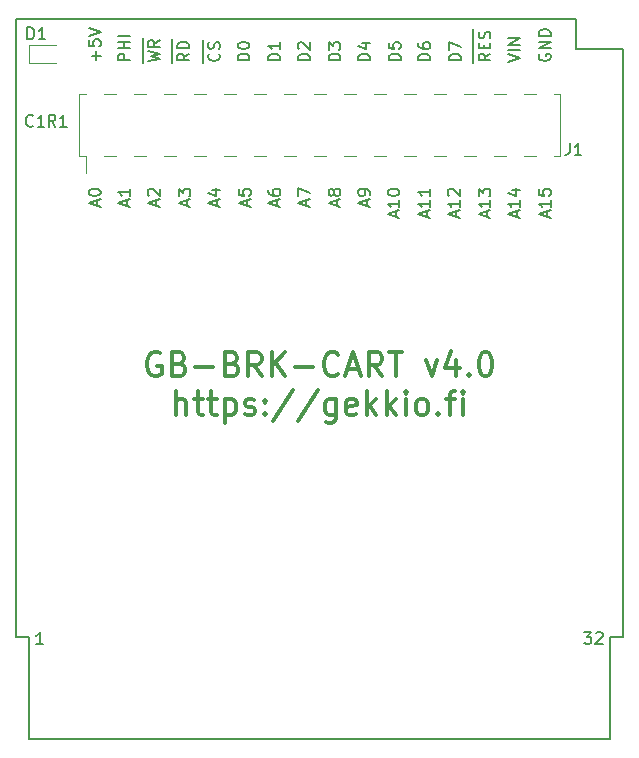
<source format=gbr>
G04 #@! TF.GenerationSoftware,KiCad,Pcbnew,5.0.2-bee76a0~70~ubuntu18.10.1*
G04 #@! TF.CreationDate,2019-01-06T00:09:16+02:00*
G04 #@! TF.ProjectId,GB-BRK-CART,47422d42-524b-42d4-9341-52542e6b6963,v4.0*
G04 #@! TF.SameCoordinates,Original*
G04 #@! TF.FileFunction,Legend,Top*
G04 #@! TF.FilePolarity,Positive*
%FSLAX46Y46*%
G04 Gerber Fmt 4.6, Leading zero omitted, Abs format (unit mm)*
G04 Created by KiCad (PCBNEW 5.0.2-bee76a0~70~ubuntu18.10.1) date su  6. tammikuuta 2019 00.09.16*
%MOMM*%
%LPD*%
G01*
G04 APERTURE LIST*
%ADD10C,0.200000*%
%ADD11C,0.300000*%
%ADD12C,0.150000*%
%ADD13C,0.120000*%
G04 APERTURE END LIST*
D10*
X115952380Y-42674761D02*
X116952380Y-42341428D01*
X115952380Y-42008095D01*
X116952380Y-41674761D02*
X115952380Y-41674761D01*
X116952380Y-41198571D02*
X115952380Y-41198571D01*
X116952380Y-40627142D01*
X115952380Y-40627142D01*
X113020000Y-42770000D02*
X113020000Y-41770000D01*
X114452380Y-41960476D02*
X113976190Y-42293809D01*
X114452380Y-42531904D02*
X113452380Y-42531904D01*
X113452380Y-42150952D01*
X113500000Y-42055714D01*
X113547619Y-42008095D01*
X113642857Y-41960476D01*
X113785714Y-41960476D01*
X113880952Y-42008095D01*
X113928571Y-42055714D01*
X113976190Y-42150952D01*
X113976190Y-42531904D01*
X113020000Y-41770000D02*
X113020000Y-40865238D01*
X113928571Y-41531904D02*
X113928571Y-41198571D01*
X114452380Y-41055714D02*
X114452380Y-41531904D01*
X113452380Y-41531904D01*
X113452380Y-41055714D01*
X113020000Y-40865238D02*
X113020000Y-39912857D01*
X114404761Y-40674761D02*
X114452380Y-40531904D01*
X114452380Y-40293809D01*
X114404761Y-40198571D01*
X114357142Y-40150952D01*
X114261904Y-40103333D01*
X114166666Y-40103333D01*
X114071428Y-40150952D01*
X114023809Y-40198571D01*
X113976190Y-40293809D01*
X113928571Y-40484285D01*
X113880952Y-40579523D01*
X113833333Y-40627142D01*
X113738095Y-40674761D01*
X113642857Y-40674761D01*
X113547619Y-40627142D01*
X113500000Y-40579523D01*
X113452380Y-40484285D01*
X113452380Y-40246190D01*
X113500000Y-40103333D01*
X111952380Y-42531904D02*
X110952380Y-42531904D01*
X110952380Y-42293809D01*
X111000000Y-42150952D01*
X111095238Y-42055714D01*
X111190476Y-42008095D01*
X111380952Y-41960476D01*
X111523809Y-41960476D01*
X111714285Y-42008095D01*
X111809523Y-42055714D01*
X111904761Y-42150952D01*
X111952380Y-42293809D01*
X111952380Y-42531904D01*
X110952380Y-41627142D02*
X110952380Y-40960476D01*
X111952380Y-41389047D01*
X109352380Y-42531904D02*
X108352380Y-42531904D01*
X108352380Y-42293809D01*
X108400000Y-42150952D01*
X108495238Y-42055714D01*
X108590476Y-42008095D01*
X108780952Y-41960476D01*
X108923809Y-41960476D01*
X109114285Y-42008095D01*
X109209523Y-42055714D01*
X109304761Y-42150952D01*
X109352380Y-42293809D01*
X109352380Y-42531904D01*
X108352380Y-41103333D02*
X108352380Y-41293809D01*
X108400000Y-41389047D01*
X108447619Y-41436666D01*
X108590476Y-41531904D01*
X108780952Y-41579523D01*
X109161904Y-41579523D01*
X109257142Y-41531904D01*
X109304761Y-41484285D01*
X109352380Y-41389047D01*
X109352380Y-41198571D01*
X109304761Y-41103333D01*
X109257142Y-41055714D01*
X109161904Y-41008095D01*
X108923809Y-41008095D01*
X108828571Y-41055714D01*
X108780952Y-41103333D01*
X108733333Y-41198571D01*
X108733333Y-41389047D01*
X108780952Y-41484285D01*
X108828571Y-41531904D01*
X108923809Y-41579523D01*
X106852380Y-42531904D02*
X105852380Y-42531904D01*
X105852380Y-42293809D01*
X105900000Y-42150952D01*
X105995238Y-42055714D01*
X106090476Y-42008095D01*
X106280952Y-41960476D01*
X106423809Y-41960476D01*
X106614285Y-42008095D01*
X106709523Y-42055714D01*
X106804761Y-42150952D01*
X106852380Y-42293809D01*
X106852380Y-42531904D01*
X105852380Y-41055714D02*
X105852380Y-41531904D01*
X106328571Y-41579523D01*
X106280952Y-41531904D01*
X106233333Y-41436666D01*
X106233333Y-41198571D01*
X106280952Y-41103333D01*
X106328571Y-41055714D01*
X106423809Y-41008095D01*
X106661904Y-41008095D01*
X106757142Y-41055714D01*
X106804761Y-41103333D01*
X106852380Y-41198571D01*
X106852380Y-41436666D01*
X106804761Y-41531904D01*
X106757142Y-41579523D01*
X104252380Y-42531904D02*
X103252380Y-42531904D01*
X103252380Y-42293809D01*
X103300000Y-42150952D01*
X103395238Y-42055714D01*
X103490476Y-42008095D01*
X103680952Y-41960476D01*
X103823809Y-41960476D01*
X104014285Y-42008095D01*
X104109523Y-42055714D01*
X104204761Y-42150952D01*
X104252380Y-42293809D01*
X104252380Y-42531904D01*
X103585714Y-41103333D02*
X104252380Y-41103333D01*
X103204761Y-41341428D02*
X103919047Y-41579523D01*
X103919047Y-40960476D01*
X101752380Y-42531904D02*
X100752380Y-42531904D01*
X100752380Y-42293809D01*
X100800000Y-42150952D01*
X100895238Y-42055714D01*
X100990476Y-42008095D01*
X101180952Y-41960476D01*
X101323809Y-41960476D01*
X101514285Y-42008095D01*
X101609523Y-42055714D01*
X101704761Y-42150952D01*
X101752380Y-42293809D01*
X101752380Y-42531904D01*
X100752380Y-41627142D02*
X100752380Y-41008095D01*
X101133333Y-41341428D01*
X101133333Y-41198571D01*
X101180952Y-41103333D01*
X101228571Y-41055714D01*
X101323809Y-41008095D01*
X101561904Y-41008095D01*
X101657142Y-41055714D01*
X101704761Y-41103333D01*
X101752380Y-41198571D01*
X101752380Y-41484285D01*
X101704761Y-41579523D01*
X101657142Y-41627142D01*
X99152380Y-42531904D02*
X98152380Y-42531904D01*
X98152380Y-42293809D01*
X98200000Y-42150952D01*
X98295238Y-42055714D01*
X98390476Y-42008095D01*
X98580952Y-41960476D01*
X98723809Y-41960476D01*
X98914285Y-42008095D01*
X99009523Y-42055714D01*
X99104761Y-42150952D01*
X99152380Y-42293809D01*
X99152380Y-42531904D01*
X98247619Y-41579523D02*
X98200000Y-41531904D01*
X98152380Y-41436666D01*
X98152380Y-41198571D01*
X98200000Y-41103333D01*
X98247619Y-41055714D01*
X98342857Y-41008095D01*
X98438095Y-41008095D01*
X98580952Y-41055714D01*
X99152380Y-41627142D01*
X99152380Y-41008095D01*
X96652380Y-42531904D02*
X95652380Y-42531904D01*
X95652380Y-42293809D01*
X95700000Y-42150952D01*
X95795238Y-42055714D01*
X95890476Y-42008095D01*
X96080952Y-41960476D01*
X96223809Y-41960476D01*
X96414285Y-42008095D01*
X96509523Y-42055714D01*
X96604761Y-42150952D01*
X96652380Y-42293809D01*
X96652380Y-42531904D01*
X96652380Y-41008095D02*
X96652380Y-41579523D01*
X96652380Y-41293809D02*
X95652380Y-41293809D01*
X95795238Y-41389047D01*
X95890476Y-41484285D01*
X95938095Y-41579523D01*
X94052380Y-42531904D02*
X93052380Y-42531904D01*
X93052380Y-42293809D01*
X93100000Y-42150952D01*
X93195238Y-42055714D01*
X93290476Y-42008095D01*
X93480952Y-41960476D01*
X93623809Y-41960476D01*
X93814285Y-42008095D01*
X93909523Y-42055714D01*
X94004761Y-42150952D01*
X94052380Y-42293809D01*
X94052380Y-42531904D01*
X93052380Y-41341428D02*
X93052380Y-41246190D01*
X93100000Y-41150952D01*
X93147619Y-41103333D01*
X93242857Y-41055714D01*
X93433333Y-41008095D01*
X93671428Y-41008095D01*
X93861904Y-41055714D01*
X93957142Y-41103333D01*
X94004761Y-41150952D01*
X94052380Y-41246190D01*
X94052380Y-41341428D01*
X94004761Y-41436666D01*
X93957142Y-41484285D01*
X93861904Y-41531904D01*
X93671428Y-41579523D01*
X93433333Y-41579523D01*
X93242857Y-41531904D01*
X93147619Y-41484285D01*
X93100000Y-41436666D01*
X93052380Y-41341428D01*
X90120000Y-42770000D02*
X90120000Y-41770000D01*
X91457142Y-41960476D02*
X91504761Y-42008095D01*
X91552380Y-42150952D01*
X91552380Y-42246190D01*
X91504761Y-42389047D01*
X91409523Y-42484285D01*
X91314285Y-42531904D01*
X91123809Y-42579523D01*
X90980952Y-42579523D01*
X90790476Y-42531904D01*
X90695238Y-42484285D01*
X90600000Y-42389047D01*
X90552380Y-42246190D01*
X90552380Y-42150952D01*
X90600000Y-42008095D01*
X90647619Y-41960476D01*
X90120000Y-41770000D02*
X90120000Y-40817619D01*
X91504761Y-41579523D02*
X91552380Y-41436666D01*
X91552380Y-41198571D01*
X91504761Y-41103333D01*
X91457142Y-41055714D01*
X91361904Y-41008095D01*
X91266666Y-41008095D01*
X91171428Y-41055714D01*
X91123809Y-41103333D01*
X91076190Y-41198571D01*
X91028571Y-41389047D01*
X90980952Y-41484285D01*
X90933333Y-41531904D01*
X90838095Y-41579523D01*
X90742857Y-41579523D01*
X90647619Y-41531904D01*
X90600000Y-41484285D01*
X90552380Y-41389047D01*
X90552380Y-41150952D01*
X90600000Y-41008095D01*
X87520000Y-42770000D02*
X87520000Y-41770000D01*
X88952380Y-41960476D02*
X88476190Y-42293809D01*
X88952380Y-42531904D02*
X87952380Y-42531904D01*
X87952380Y-42150952D01*
X88000000Y-42055714D01*
X88047619Y-42008095D01*
X88142857Y-41960476D01*
X88285714Y-41960476D01*
X88380952Y-42008095D01*
X88428571Y-42055714D01*
X88476190Y-42150952D01*
X88476190Y-42531904D01*
X87520000Y-41770000D02*
X87520000Y-40770000D01*
X88952380Y-41531904D02*
X87952380Y-41531904D01*
X87952380Y-41293809D01*
X88000000Y-41150952D01*
X88095238Y-41055714D01*
X88190476Y-41008095D01*
X88380952Y-40960476D01*
X88523809Y-40960476D01*
X88714285Y-41008095D01*
X88809523Y-41055714D01*
X88904761Y-41150952D01*
X88952380Y-41293809D01*
X88952380Y-41531904D01*
X85020000Y-42770000D02*
X85020000Y-41627142D01*
X85452380Y-42627142D02*
X86452380Y-42389047D01*
X85738095Y-42198571D01*
X86452380Y-42008095D01*
X85452380Y-41770000D01*
X85020000Y-41627142D02*
X85020000Y-40627142D01*
X86452380Y-40817619D02*
X85976190Y-41150952D01*
X86452380Y-41389047D02*
X85452380Y-41389047D01*
X85452380Y-41008095D01*
X85500000Y-40912857D01*
X85547619Y-40865238D01*
X85642857Y-40817619D01*
X85785714Y-40817619D01*
X85880952Y-40865238D01*
X85928571Y-40912857D01*
X85976190Y-41008095D01*
X85976190Y-41389047D01*
D11*
X86523809Y-67350000D02*
X86333333Y-67254761D01*
X86047619Y-67254761D01*
X85761904Y-67350000D01*
X85571428Y-67540476D01*
X85476190Y-67730952D01*
X85380952Y-68111904D01*
X85380952Y-68397619D01*
X85476190Y-68778571D01*
X85571428Y-68969047D01*
X85761904Y-69159523D01*
X86047619Y-69254761D01*
X86238095Y-69254761D01*
X86523809Y-69159523D01*
X86619047Y-69064285D01*
X86619047Y-68397619D01*
X86238095Y-68397619D01*
X88142857Y-68207142D02*
X88428571Y-68302380D01*
X88523809Y-68397619D01*
X88619047Y-68588095D01*
X88619047Y-68873809D01*
X88523809Y-69064285D01*
X88428571Y-69159523D01*
X88238095Y-69254761D01*
X87476190Y-69254761D01*
X87476190Y-67254761D01*
X88142857Y-67254761D01*
X88333333Y-67350000D01*
X88428571Y-67445238D01*
X88523809Y-67635714D01*
X88523809Y-67826190D01*
X88428571Y-68016666D01*
X88333333Y-68111904D01*
X88142857Y-68207142D01*
X87476190Y-68207142D01*
X89476190Y-68492857D02*
X91000000Y-68492857D01*
X92619047Y-68207142D02*
X92904761Y-68302380D01*
X93000000Y-68397619D01*
X93095238Y-68588095D01*
X93095238Y-68873809D01*
X93000000Y-69064285D01*
X92904761Y-69159523D01*
X92714285Y-69254761D01*
X91952380Y-69254761D01*
X91952380Y-67254761D01*
X92619047Y-67254761D01*
X92809523Y-67350000D01*
X92904761Y-67445238D01*
X93000000Y-67635714D01*
X93000000Y-67826190D01*
X92904761Y-68016666D01*
X92809523Y-68111904D01*
X92619047Y-68207142D01*
X91952380Y-68207142D01*
X95095238Y-69254761D02*
X94428571Y-68302380D01*
X93952380Y-69254761D02*
X93952380Y-67254761D01*
X94714285Y-67254761D01*
X94904761Y-67350000D01*
X95000000Y-67445238D01*
X95095238Y-67635714D01*
X95095238Y-67921428D01*
X95000000Y-68111904D01*
X94904761Y-68207142D01*
X94714285Y-68302380D01*
X93952380Y-68302380D01*
X95952380Y-69254761D02*
X95952380Y-67254761D01*
X97095238Y-69254761D02*
X96238095Y-68111904D01*
X97095238Y-67254761D02*
X95952380Y-68397619D01*
X97952380Y-68492857D02*
X99476190Y-68492857D01*
X101571428Y-69064285D02*
X101476190Y-69159523D01*
X101190476Y-69254761D01*
X101000000Y-69254761D01*
X100714285Y-69159523D01*
X100523809Y-68969047D01*
X100428571Y-68778571D01*
X100333333Y-68397619D01*
X100333333Y-68111904D01*
X100428571Y-67730952D01*
X100523809Y-67540476D01*
X100714285Y-67350000D01*
X101000000Y-67254761D01*
X101190476Y-67254761D01*
X101476190Y-67350000D01*
X101571428Y-67445238D01*
X102333333Y-68683333D02*
X103285714Y-68683333D01*
X102142857Y-69254761D02*
X102809523Y-67254761D01*
X103476190Y-69254761D01*
X105285714Y-69254761D02*
X104619047Y-68302380D01*
X104142857Y-69254761D02*
X104142857Y-67254761D01*
X104904761Y-67254761D01*
X105095238Y-67350000D01*
X105190476Y-67445238D01*
X105285714Y-67635714D01*
X105285714Y-67921428D01*
X105190476Y-68111904D01*
X105095238Y-68207142D01*
X104904761Y-68302380D01*
X104142857Y-68302380D01*
X105857142Y-67254761D02*
X107000000Y-67254761D01*
X106428571Y-69254761D02*
X106428571Y-67254761D01*
X109000000Y-67921428D02*
X109476190Y-69254761D01*
X109952380Y-67921428D01*
X111571428Y-67921428D02*
X111571428Y-69254761D01*
X111095238Y-67159523D02*
X110619047Y-68588095D01*
X111857142Y-68588095D01*
X112619047Y-69064285D02*
X112714285Y-69159523D01*
X112619047Y-69254761D01*
X112523809Y-69159523D01*
X112619047Y-69064285D01*
X112619047Y-69254761D01*
X113952380Y-67254761D02*
X114142857Y-67254761D01*
X114333333Y-67350000D01*
X114428571Y-67445238D01*
X114523809Y-67635714D01*
X114619047Y-68016666D01*
X114619047Y-68492857D01*
X114523809Y-68873809D01*
X114428571Y-69064285D01*
X114333333Y-69159523D01*
X114142857Y-69254761D01*
X113952380Y-69254761D01*
X113761904Y-69159523D01*
X113666666Y-69064285D01*
X113571428Y-68873809D01*
X113476190Y-68492857D01*
X113476190Y-68016666D01*
X113571428Y-67635714D01*
X113666666Y-67445238D01*
X113761904Y-67350000D01*
X113952380Y-67254761D01*
X87857142Y-72554761D02*
X87857142Y-70554761D01*
X88714285Y-72554761D02*
X88714285Y-71507142D01*
X88619047Y-71316666D01*
X88428571Y-71221428D01*
X88142857Y-71221428D01*
X87952380Y-71316666D01*
X87857142Y-71411904D01*
X89380952Y-71221428D02*
X90142857Y-71221428D01*
X89666666Y-70554761D02*
X89666666Y-72269047D01*
X89761904Y-72459523D01*
X89952380Y-72554761D01*
X90142857Y-72554761D01*
X90523809Y-71221428D02*
X91285714Y-71221428D01*
X90809523Y-70554761D02*
X90809523Y-72269047D01*
X90904761Y-72459523D01*
X91095238Y-72554761D01*
X91285714Y-72554761D01*
X91952380Y-71221428D02*
X91952380Y-73221428D01*
X91952380Y-71316666D02*
X92142857Y-71221428D01*
X92523809Y-71221428D01*
X92714285Y-71316666D01*
X92809523Y-71411904D01*
X92904761Y-71602380D01*
X92904761Y-72173809D01*
X92809523Y-72364285D01*
X92714285Y-72459523D01*
X92523809Y-72554761D01*
X92142857Y-72554761D01*
X91952380Y-72459523D01*
X93666666Y-72459523D02*
X93857142Y-72554761D01*
X94238095Y-72554761D01*
X94428571Y-72459523D01*
X94523809Y-72269047D01*
X94523809Y-72173809D01*
X94428571Y-71983333D01*
X94238095Y-71888095D01*
X93952380Y-71888095D01*
X93761904Y-71792857D01*
X93666666Y-71602380D01*
X93666666Y-71507142D01*
X93761904Y-71316666D01*
X93952380Y-71221428D01*
X94238095Y-71221428D01*
X94428571Y-71316666D01*
X95380952Y-72364285D02*
X95476190Y-72459523D01*
X95380952Y-72554761D01*
X95285714Y-72459523D01*
X95380952Y-72364285D01*
X95380952Y-72554761D01*
X95380952Y-71316666D02*
X95476190Y-71411904D01*
X95380952Y-71507142D01*
X95285714Y-71411904D01*
X95380952Y-71316666D01*
X95380952Y-71507142D01*
X97761904Y-70459523D02*
X96047619Y-73030952D01*
X99857142Y-70459523D02*
X98142857Y-73030952D01*
X101380952Y-71221428D02*
X101380952Y-72840476D01*
X101285714Y-73030952D01*
X101190476Y-73126190D01*
X100999999Y-73221428D01*
X100714285Y-73221428D01*
X100523809Y-73126190D01*
X101380952Y-72459523D02*
X101190476Y-72554761D01*
X100809523Y-72554761D01*
X100619047Y-72459523D01*
X100523809Y-72364285D01*
X100428571Y-72173809D01*
X100428571Y-71602380D01*
X100523809Y-71411904D01*
X100619047Y-71316666D01*
X100809523Y-71221428D01*
X101190476Y-71221428D01*
X101380952Y-71316666D01*
X103095238Y-72459523D02*
X102904761Y-72554761D01*
X102523809Y-72554761D01*
X102333333Y-72459523D01*
X102238095Y-72269047D01*
X102238095Y-71507142D01*
X102333333Y-71316666D01*
X102523809Y-71221428D01*
X102904761Y-71221428D01*
X103095238Y-71316666D01*
X103190476Y-71507142D01*
X103190476Y-71697619D01*
X102238095Y-71888095D01*
X104047619Y-72554761D02*
X104047619Y-70554761D01*
X104238095Y-71792857D02*
X104809523Y-72554761D01*
X104809523Y-71221428D02*
X104047619Y-71983333D01*
X105666666Y-72554761D02*
X105666666Y-70554761D01*
X105857142Y-71792857D02*
X106428571Y-72554761D01*
X106428571Y-71221428D02*
X105666666Y-71983333D01*
X107285714Y-72554761D02*
X107285714Y-71221428D01*
X107285714Y-70554761D02*
X107190476Y-70650000D01*
X107285714Y-70745238D01*
X107380952Y-70650000D01*
X107285714Y-70554761D01*
X107285714Y-70745238D01*
X108523809Y-72554761D02*
X108333333Y-72459523D01*
X108238095Y-72364285D01*
X108142857Y-72173809D01*
X108142857Y-71602380D01*
X108238095Y-71411904D01*
X108333333Y-71316666D01*
X108523809Y-71221428D01*
X108809523Y-71221428D01*
X109000000Y-71316666D01*
X109095238Y-71411904D01*
X109190476Y-71602380D01*
X109190476Y-72173809D01*
X109095238Y-72364285D01*
X109000000Y-72459523D01*
X108809523Y-72554761D01*
X108523809Y-72554761D01*
X110047619Y-72364285D02*
X110142857Y-72459523D01*
X110047619Y-72554761D01*
X109952380Y-72459523D01*
X110047619Y-72364285D01*
X110047619Y-72554761D01*
X110714285Y-71221428D02*
X111476190Y-71221428D01*
X111000000Y-72554761D02*
X111000000Y-70840476D01*
X111095238Y-70650000D01*
X111285714Y-70554761D01*
X111476190Y-70554761D01*
X112142857Y-72554761D02*
X112142857Y-71221428D01*
X112142857Y-70554761D02*
X112047619Y-70650000D01*
X112142857Y-70745238D01*
X112238095Y-70650000D01*
X112142857Y-70554761D01*
X112142857Y-70745238D01*
D10*
X119266666Y-55801428D02*
X119266666Y-55325238D01*
X119552380Y-55896666D02*
X118552380Y-55563333D01*
X119552380Y-55230000D01*
X119552380Y-54372857D02*
X119552380Y-54944285D01*
X119552380Y-54658571D02*
X118552380Y-54658571D01*
X118695238Y-54753809D01*
X118790476Y-54849047D01*
X118838095Y-54944285D01*
X118552380Y-53468095D02*
X118552380Y-53944285D01*
X119028571Y-53991904D01*
X118980952Y-53944285D01*
X118933333Y-53849047D01*
X118933333Y-53610952D01*
X118980952Y-53515714D01*
X119028571Y-53468095D01*
X119123809Y-53420476D01*
X119361904Y-53420476D01*
X119457142Y-53468095D01*
X119504761Y-53515714D01*
X119552380Y-53610952D01*
X119552380Y-53849047D01*
X119504761Y-53944285D01*
X119457142Y-53991904D01*
X116666666Y-55801428D02*
X116666666Y-55325238D01*
X116952380Y-55896666D02*
X115952380Y-55563333D01*
X116952380Y-55230000D01*
X116952380Y-54372857D02*
X116952380Y-54944285D01*
X116952380Y-54658571D02*
X115952380Y-54658571D01*
X116095238Y-54753809D01*
X116190476Y-54849047D01*
X116238095Y-54944285D01*
X116285714Y-53515714D02*
X116952380Y-53515714D01*
X115904761Y-53753809D02*
X116619047Y-53991904D01*
X116619047Y-53372857D01*
X114166666Y-55801428D02*
X114166666Y-55325238D01*
X114452380Y-55896666D02*
X113452380Y-55563333D01*
X114452380Y-55230000D01*
X114452380Y-54372857D02*
X114452380Y-54944285D01*
X114452380Y-54658571D02*
X113452380Y-54658571D01*
X113595238Y-54753809D01*
X113690476Y-54849047D01*
X113738095Y-54944285D01*
X113452380Y-54039523D02*
X113452380Y-53420476D01*
X113833333Y-53753809D01*
X113833333Y-53610952D01*
X113880952Y-53515714D01*
X113928571Y-53468095D01*
X114023809Y-53420476D01*
X114261904Y-53420476D01*
X114357142Y-53468095D01*
X114404761Y-53515714D01*
X114452380Y-53610952D01*
X114452380Y-53896666D01*
X114404761Y-53991904D01*
X114357142Y-54039523D01*
X111566666Y-55801428D02*
X111566666Y-55325238D01*
X111852380Y-55896666D02*
X110852380Y-55563333D01*
X111852380Y-55230000D01*
X111852380Y-54372857D02*
X111852380Y-54944285D01*
X111852380Y-54658571D02*
X110852380Y-54658571D01*
X110995238Y-54753809D01*
X111090476Y-54849047D01*
X111138095Y-54944285D01*
X110947619Y-53991904D02*
X110900000Y-53944285D01*
X110852380Y-53849047D01*
X110852380Y-53610952D01*
X110900000Y-53515714D01*
X110947619Y-53468095D01*
X111042857Y-53420476D01*
X111138095Y-53420476D01*
X111280952Y-53468095D01*
X111852380Y-54039523D01*
X111852380Y-53420476D01*
X109066666Y-55801428D02*
X109066666Y-55325238D01*
X109352380Y-55896666D02*
X108352380Y-55563333D01*
X109352380Y-55230000D01*
X109352380Y-54372857D02*
X109352380Y-54944285D01*
X109352380Y-54658571D02*
X108352380Y-54658571D01*
X108495238Y-54753809D01*
X108590476Y-54849047D01*
X108638095Y-54944285D01*
X109352380Y-53420476D02*
X109352380Y-53991904D01*
X109352380Y-53706190D02*
X108352380Y-53706190D01*
X108495238Y-53801428D01*
X108590476Y-53896666D01*
X108638095Y-53991904D01*
X106466666Y-55801428D02*
X106466666Y-55325238D01*
X106752380Y-55896666D02*
X105752380Y-55563333D01*
X106752380Y-55230000D01*
X106752380Y-54372857D02*
X106752380Y-54944285D01*
X106752380Y-54658571D02*
X105752380Y-54658571D01*
X105895238Y-54753809D01*
X105990476Y-54849047D01*
X106038095Y-54944285D01*
X105752380Y-53753809D02*
X105752380Y-53658571D01*
X105800000Y-53563333D01*
X105847619Y-53515714D01*
X105942857Y-53468095D01*
X106133333Y-53420476D01*
X106371428Y-53420476D01*
X106561904Y-53468095D01*
X106657142Y-53515714D01*
X106704761Y-53563333D01*
X106752380Y-53658571D01*
X106752380Y-53753809D01*
X106704761Y-53849047D01*
X106657142Y-53896666D01*
X106561904Y-53944285D01*
X106371428Y-53991904D01*
X106133333Y-53991904D01*
X105942857Y-53944285D01*
X105847619Y-53896666D01*
X105800000Y-53849047D01*
X105752380Y-53753809D01*
X103966666Y-54849047D02*
X103966666Y-54372857D01*
X104252380Y-54944285D02*
X103252380Y-54610952D01*
X104252380Y-54277619D01*
X104252380Y-53896666D02*
X104252380Y-53706190D01*
X104204761Y-53610952D01*
X104157142Y-53563333D01*
X104014285Y-53468095D01*
X103823809Y-53420476D01*
X103442857Y-53420476D01*
X103347619Y-53468095D01*
X103300000Y-53515714D01*
X103252380Y-53610952D01*
X103252380Y-53801428D01*
X103300000Y-53896666D01*
X103347619Y-53944285D01*
X103442857Y-53991904D01*
X103680952Y-53991904D01*
X103776190Y-53944285D01*
X103823809Y-53896666D01*
X103871428Y-53801428D01*
X103871428Y-53610952D01*
X103823809Y-53515714D01*
X103776190Y-53468095D01*
X103680952Y-53420476D01*
X101466666Y-54849047D02*
X101466666Y-54372857D01*
X101752380Y-54944285D02*
X100752380Y-54610952D01*
X101752380Y-54277619D01*
X101180952Y-53801428D02*
X101133333Y-53896666D01*
X101085714Y-53944285D01*
X100990476Y-53991904D01*
X100942857Y-53991904D01*
X100847619Y-53944285D01*
X100800000Y-53896666D01*
X100752380Y-53801428D01*
X100752380Y-53610952D01*
X100800000Y-53515714D01*
X100847619Y-53468095D01*
X100942857Y-53420476D01*
X100990476Y-53420476D01*
X101085714Y-53468095D01*
X101133333Y-53515714D01*
X101180952Y-53610952D01*
X101180952Y-53801428D01*
X101228571Y-53896666D01*
X101276190Y-53944285D01*
X101371428Y-53991904D01*
X101561904Y-53991904D01*
X101657142Y-53944285D01*
X101704761Y-53896666D01*
X101752380Y-53801428D01*
X101752380Y-53610952D01*
X101704761Y-53515714D01*
X101657142Y-53468095D01*
X101561904Y-53420476D01*
X101371428Y-53420476D01*
X101276190Y-53468095D01*
X101228571Y-53515714D01*
X101180952Y-53610952D01*
X98866666Y-54849047D02*
X98866666Y-54372857D01*
X99152380Y-54944285D02*
X98152380Y-54610952D01*
X99152380Y-54277619D01*
X98152380Y-54039523D02*
X98152380Y-53372857D01*
X99152380Y-53801428D01*
X96366666Y-54849047D02*
X96366666Y-54372857D01*
X96652380Y-54944285D02*
X95652380Y-54610952D01*
X96652380Y-54277619D01*
X95652380Y-53515714D02*
X95652380Y-53706190D01*
X95700000Y-53801428D01*
X95747619Y-53849047D01*
X95890476Y-53944285D01*
X96080952Y-53991904D01*
X96461904Y-53991904D01*
X96557142Y-53944285D01*
X96604761Y-53896666D01*
X96652380Y-53801428D01*
X96652380Y-53610952D01*
X96604761Y-53515714D01*
X96557142Y-53468095D01*
X96461904Y-53420476D01*
X96223809Y-53420476D01*
X96128571Y-53468095D01*
X96080952Y-53515714D01*
X96033333Y-53610952D01*
X96033333Y-53801428D01*
X96080952Y-53896666D01*
X96128571Y-53944285D01*
X96223809Y-53991904D01*
X83952380Y-42531904D02*
X82952380Y-42531904D01*
X82952380Y-42150952D01*
X83000000Y-42055714D01*
X83047619Y-42008095D01*
X83142857Y-41960476D01*
X83285714Y-41960476D01*
X83380952Y-42008095D01*
X83428571Y-42055714D01*
X83476190Y-42150952D01*
X83476190Y-42531904D01*
X83952380Y-41531904D02*
X82952380Y-41531904D01*
X83428571Y-41531904D02*
X83428571Y-40960476D01*
X83952380Y-40960476D02*
X82952380Y-40960476D01*
X83952380Y-40484285D02*
X82952380Y-40484285D01*
X118600000Y-42008095D02*
X118552380Y-42103333D01*
X118552380Y-42246190D01*
X118600000Y-42389047D01*
X118695238Y-42484285D01*
X118790476Y-42531904D01*
X118980952Y-42579523D01*
X119123809Y-42579523D01*
X119314285Y-42531904D01*
X119409523Y-42484285D01*
X119504761Y-42389047D01*
X119552380Y-42246190D01*
X119552380Y-42150952D01*
X119504761Y-42008095D01*
X119457142Y-41960476D01*
X119123809Y-41960476D01*
X119123809Y-42150952D01*
X119552380Y-41531904D02*
X118552380Y-41531904D01*
X119552380Y-40960476D01*
X118552380Y-40960476D01*
X119552380Y-40484285D02*
X118552380Y-40484285D01*
X118552380Y-40246190D01*
X118600000Y-40103333D01*
X118695238Y-40008095D01*
X118790476Y-39960476D01*
X118980952Y-39912857D01*
X119123809Y-39912857D01*
X119314285Y-39960476D01*
X119409523Y-40008095D01*
X119504761Y-40103333D01*
X119552380Y-40246190D01*
X119552380Y-40484285D01*
X81071428Y-42531904D02*
X81071428Y-41770000D01*
X81452380Y-42150952D02*
X80690476Y-42150952D01*
X80452380Y-40817619D02*
X80452380Y-41293809D01*
X80928571Y-41341428D01*
X80880952Y-41293809D01*
X80833333Y-41198571D01*
X80833333Y-40960476D01*
X80880952Y-40865238D01*
X80928571Y-40817619D01*
X81023809Y-40770000D01*
X81261904Y-40770000D01*
X81357142Y-40817619D01*
X81404761Y-40865238D01*
X81452380Y-40960476D01*
X81452380Y-41198571D01*
X81404761Y-41293809D01*
X81357142Y-41341428D01*
X80452380Y-40484285D02*
X81452380Y-40150952D01*
X80452380Y-39817619D01*
X93866666Y-54849047D02*
X93866666Y-54372857D01*
X94152380Y-54944285D02*
X93152380Y-54610952D01*
X94152380Y-54277619D01*
X93152380Y-53468095D02*
X93152380Y-53944285D01*
X93628571Y-53991904D01*
X93580952Y-53944285D01*
X93533333Y-53849047D01*
X93533333Y-53610952D01*
X93580952Y-53515714D01*
X93628571Y-53468095D01*
X93723809Y-53420476D01*
X93961904Y-53420476D01*
X94057142Y-53468095D01*
X94104761Y-53515714D01*
X94152380Y-53610952D01*
X94152380Y-53849047D01*
X94104761Y-53944285D01*
X94057142Y-53991904D01*
X91266666Y-54849047D02*
X91266666Y-54372857D01*
X91552380Y-54944285D02*
X90552380Y-54610952D01*
X91552380Y-54277619D01*
X90885714Y-53515714D02*
X91552380Y-53515714D01*
X90504761Y-53753809D02*
X91219047Y-53991904D01*
X91219047Y-53372857D01*
X88766666Y-54849047D02*
X88766666Y-54372857D01*
X89052380Y-54944285D02*
X88052380Y-54610952D01*
X89052380Y-54277619D01*
X88052380Y-54039523D02*
X88052380Y-53420476D01*
X88433333Y-53753809D01*
X88433333Y-53610952D01*
X88480952Y-53515714D01*
X88528571Y-53468095D01*
X88623809Y-53420476D01*
X88861904Y-53420476D01*
X88957142Y-53468095D01*
X89004761Y-53515714D01*
X89052380Y-53610952D01*
X89052380Y-53896666D01*
X89004761Y-53991904D01*
X88957142Y-54039523D01*
X86166666Y-54849047D02*
X86166666Y-54372857D01*
X86452380Y-54944285D02*
X85452380Y-54610952D01*
X86452380Y-54277619D01*
X85547619Y-53991904D02*
X85500000Y-53944285D01*
X85452380Y-53849047D01*
X85452380Y-53610952D01*
X85500000Y-53515714D01*
X85547619Y-53468095D01*
X85642857Y-53420476D01*
X85738095Y-53420476D01*
X85880952Y-53468095D01*
X86452380Y-54039523D01*
X86452380Y-53420476D01*
X83666666Y-54849047D02*
X83666666Y-54372857D01*
X83952380Y-54944285D02*
X82952380Y-54610952D01*
X83952380Y-54277619D01*
X83952380Y-53420476D02*
X83952380Y-53991904D01*
X83952380Y-53706190D02*
X82952380Y-53706190D01*
X83095238Y-53801428D01*
X83190476Y-53896666D01*
X83238095Y-53991904D01*
X81166666Y-54849047D02*
X81166666Y-54372857D01*
X81452380Y-54944285D02*
X80452380Y-54610952D01*
X81452380Y-54277619D01*
X80452380Y-53753809D02*
X80452380Y-53658571D01*
X80500000Y-53563333D01*
X80547619Y-53515714D01*
X80642857Y-53468095D01*
X80833333Y-53420476D01*
X81071428Y-53420476D01*
X81261904Y-53468095D01*
X81357142Y-53515714D01*
X81404761Y-53563333D01*
X81452380Y-53658571D01*
X81452380Y-53753809D01*
X81404761Y-53849047D01*
X81357142Y-53896666D01*
X81261904Y-53944285D01*
X81071428Y-53991904D01*
X80833333Y-53991904D01*
X80642857Y-53944285D01*
X80547619Y-53896666D01*
X80500000Y-53849047D01*
X80452380Y-53753809D01*
D12*
X121700000Y-39000000D02*
X121700000Y-41600000D01*
X74300000Y-39000000D02*
X121700000Y-39000000D01*
X125700000Y-41600000D02*
X121700000Y-41600000D01*
X74300000Y-91400000D02*
X74300000Y-39000000D01*
X75400000Y-91400000D02*
X74300000Y-91400000D01*
X75400000Y-100000000D02*
X75400000Y-91400000D01*
X125700000Y-91400000D02*
X125700000Y-41600000D01*
X124600000Y-91400000D02*
X125700000Y-91400000D01*
X124600000Y-100000000D02*
X124600000Y-91400000D01*
X75400000Y-100000000D02*
X124600000Y-100000000D01*
D13*
G04 #@! TO.C,J1*
X117270000Y-45400000D02*
X118290000Y-45400000D01*
X117270000Y-50600000D02*
X118290000Y-50600000D01*
X114730000Y-45400000D02*
X115750000Y-45400000D01*
X114730000Y-50600000D02*
X115750000Y-50600000D01*
X112190000Y-45400000D02*
X113210000Y-45400000D01*
X112190000Y-50600000D02*
X113210000Y-50600000D01*
X109650000Y-45400000D02*
X110670000Y-45400000D01*
X109650000Y-50600000D02*
X110670000Y-50600000D01*
X107110000Y-45400000D02*
X108130000Y-45400000D01*
X107110000Y-50600000D02*
X108130000Y-50600000D01*
X104570000Y-45400000D02*
X105590000Y-45400000D01*
X104570000Y-50600000D02*
X105590000Y-50600000D01*
X102030000Y-45400000D02*
X103050000Y-45400000D01*
X102030000Y-50600000D02*
X103050000Y-50600000D01*
X99490000Y-45400000D02*
X100510000Y-45400000D01*
X99490000Y-50600000D02*
X100510000Y-50600000D01*
X96950000Y-45400000D02*
X97970000Y-45400000D01*
X96950000Y-50600000D02*
X97970000Y-50600000D01*
X94410000Y-45400000D02*
X95430000Y-45400000D01*
X94410000Y-50600000D02*
X95430000Y-50600000D01*
X91870000Y-45400000D02*
X92890000Y-45400000D01*
X91870000Y-50600000D02*
X92890000Y-50600000D01*
X89330000Y-45400000D02*
X90350000Y-45400000D01*
X89330000Y-50600000D02*
X90350000Y-50600000D01*
X86790000Y-45400000D02*
X87810000Y-45400000D01*
X86790000Y-50600000D02*
X87810000Y-50600000D01*
X84250000Y-45400000D02*
X85270000Y-45400000D01*
X84250000Y-50600000D02*
X85270000Y-50600000D01*
X81710000Y-45400000D02*
X82730000Y-45400000D01*
X81710000Y-50600000D02*
X82730000Y-50600000D01*
X119810000Y-45400000D02*
X120380000Y-45400000D01*
X119810000Y-50600000D02*
X120380000Y-50600000D01*
X79620000Y-45400000D02*
X80190000Y-45400000D01*
X79620000Y-50600000D02*
X80190000Y-50600000D01*
X80190000Y-52040000D02*
X80190000Y-50600000D01*
X120380000Y-50600000D02*
X120380000Y-45400000D01*
X79620000Y-50600000D02*
X79620000Y-45400000D01*
G04 #@! TO.C,D1*
X75430000Y-42760000D02*
X77700000Y-42760000D01*
X75430000Y-41240000D02*
X75430000Y-42760000D01*
X77700000Y-41240000D02*
X75430000Y-41240000D01*
G04 #@! TD*
G04 #@! TO.C,J1*
D12*
X121166666Y-49552380D02*
X121166666Y-50266666D01*
X121119047Y-50409523D01*
X121023809Y-50504761D01*
X120880952Y-50552380D01*
X120785714Y-50552380D01*
X122166666Y-50552380D02*
X121595238Y-50552380D01*
X121880952Y-50552380D02*
X121880952Y-49552380D01*
X121785714Y-49695238D01*
X121690476Y-49790476D01*
X121595238Y-49838095D01*
G04 #@! TO.C,R1*
X77633333Y-48152380D02*
X77300000Y-47676190D01*
X77061904Y-48152380D02*
X77061904Y-47152380D01*
X77442857Y-47152380D01*
X77538095Y-47200000D01*
X77585714Y-47247619D01*
X77633333Y-47342857D01*
X77633333Y-47485714D01*
X77585714Y-47580952D01*
X77538095Y-47628571D01*
X77442857Y-47676190D01*
X77061904Y-47676190D01*
X78585714Y-48152380D02*
X78014285Y-48152380D01*
X78300000Y-48152380D02*
X78300000Y-47152380D01*
X78204761Y-47295238D01*
X78109523Y-47390476D01*
X78014285Y-47438095D01*
G04 #@! TO.C,D1*
X75261904Y-40752380D02*
X75261904Y-39752380D01*
X75500000Y-39752380D01*
X75642857Y-39800000D01*
X75738095Y-39895238D01*
X75785714Y-39990476D01*
X75833333Y-40180952D01*
X75833333Y-40323809D01*
X75785714Y-40514285D01*
X75738095Y-40609523D01*
X75642857Y-40704761D01*
X75500000Y-40752380D01*
X75261904Y-40752380D01*
X76785714Y-40752380D02*
X76214285Y-40752380D01*
X76500000Y-40752380D02*
X76500000Y-39752380D01*
X76404761Y-39895238D01*
X76309523Y-39990476D01*
X76214285Y-40038095D01*
G04 #@! TO.C,J2*
X122390476Y-90952380D02*
X123009523Y-90952380D01*
X122676190Y-91333333D01*
X122819047Y-91333333D01*
X122914285Y-91380952D01*
X122961904Y-91428571D01*
X123009523Y-91523809D01*
X123009523Y-91761904D01*
X122961904Y-91857142D01*
X122914285Y-91904761D01*
X122819047Y-91952380D01*
X122533333Y-91952380D01*
X122438095Y-91904761D01*
X122390476Y-91857142D01*
X123390476Y-91047619D02*
X123438095Y-91000000D01*
X123533333Y-90952380D01*
X123771428Y-90952380D01*
X123866666Y-91000000D01*
X123914285Y-91047619D01*
X123961904Y-91142857D01*
X123961904Y-91238095D01*
X123914285Y-91380952D01*
X123342857Y-91952380D01*
X123961904Y-91952380D01*
X76585714Y-91952380D02*
X76014285Y-91952380D01*
X76300000Y-91952380D02*
X76300000Y-90952380D01*
X76204761Y-91095238D01*
X76109523Y-91190476D01*
X76014285Y-91238095D01*
G04 #@! TO.C,C1*
X75733333Y-48057142D02*
X75685714Y-48104761D01*
X75542857Y-48152380D01*
X75447619Y-48152380D01*
X75304761Y-48104761D01*
X75209523Y-48009523D01*
X75161904Y-47914285D01*
X75114285Y-47723809D01*
X75114285Y-47580952D01*
X75161904Y-47390476D01*
X75209523Y-47295238D01*
X75304761Y-47200000D01*
X75447619Y-47152380D01*
X75542857Y-47152380D01*
X75685714Y-47200000D01*
X75733333Y-47247619D01*
X76685714Y-48152380D02*
X76114285Y-48152380D01*
X76400000Y-48152380D02*
X76400000Y-47152380D01*
X76304761Y-47295238D01*
X76209523Y-47390476D01*
X76114285Y-47438095D01*
G04 #@! TD*
M02*

</source>
